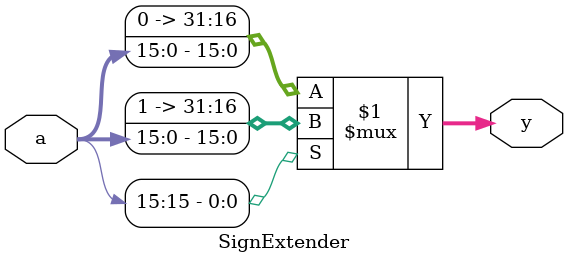
<source format=v>
module SignExtender(a, y);
  input [15:0] a;
  output wire [31:0] y;
  assign y = a[15] ? {16'b1111111111111111, a[15:0]} : 
                     {16'b0000000000000000, a[15:0]};
endmodule

</source>
